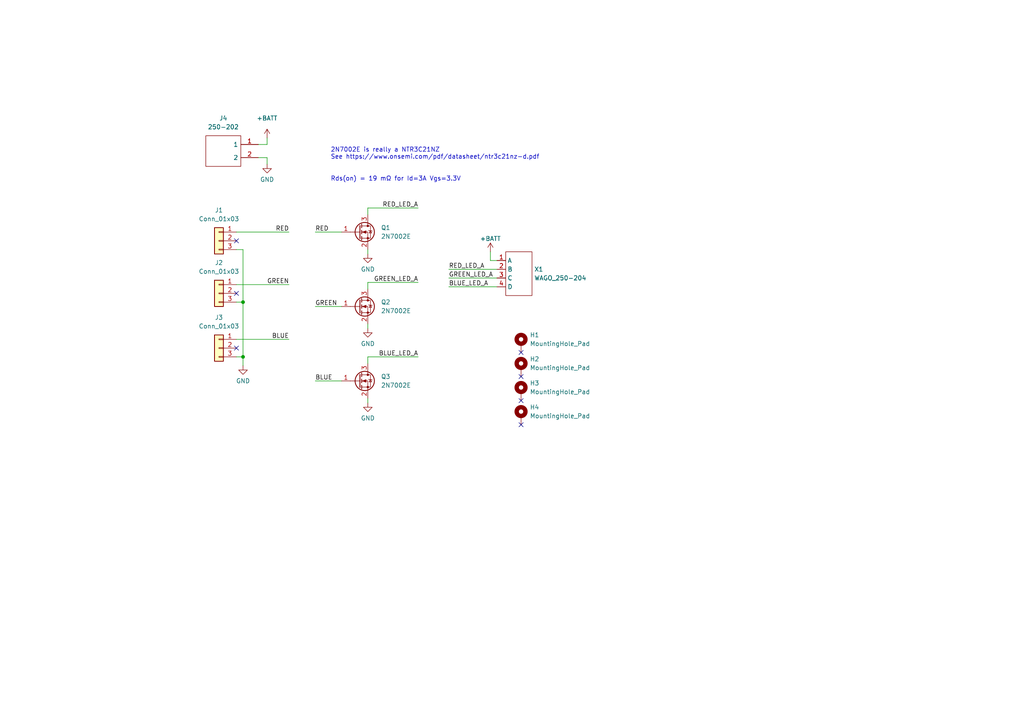
<source format=kicad_sch>
(kicad_sch (version 20211123) (generator eeschema)
  (paper "A4")
  (lib_symbols
    (symbol "Appreciate:250-202" (pin_names (offset 0.762))
      (property "Reference" "J" (at 16.51 7.62 0))
      (property "Value" "250-202" (at 16.51 5.08 0))
      (symbol "250-202_0_0"
        (pin passive line (at 0 0 0) (length 5.08) (name "1") (number "1"))
        (pin passive line (at 0 -3.81 0) (length 5.08) (name "2") (number "2"))
      )
      (symbol "250-202_0_1"
        (polyline (pts (xy 5.08 2.54) (xy 15.24 2.54) (xy 15.24 -6.35) (xy 5.08 -6.35) (xy 5.08 2.54)) (stroke (width 0.1524)))
      )
    )
    (symbol "Appreciate:WAGO_250-204"
      (property "Reference" "X" (at -1.27 7.62 0))
      (property "Value" "WAGO_250-204" (at -1.27 -7.62 0))
      (symbol "WAGO_250-204_0_1"
        (rectangle (start -5.08 6.35) (end 2.54 -6.35))
      )
      (symbol "WAGO_250-204_1_1"
        (pin bidirectional line (at 5.08 3.81 180) (length 2.54) (name "A") (number "1"))
        (pin bidirectional line (at 5.08 1.27 180) (length 2.54) (name "B") (number "2"))
        (pin bidirectional line (at 5.08 -1.27 180) (length 2.54) (name "C") (number "3"))
        (pin bidirectional line (at 5.08 -3.81 180) (length 2.54) (name "D") (number "4"))
      )
    )
    (symbol "Connector_Generic:Conn_01x03" (pin_names (offset 1.016) hide)
      (property "Reference" "J" (at 0 5.08 0))
      (property "Value" "Conn_01x03" (at 0 -5.08 0))
      (symbol "Conn_01x03_1_1"
        (rectangle (start -1.27 -2.413) (end 0 -2.667) (stroke (width 0.1524)))
        (rectangle (start -1.27 0.127) (end 0 -0.127) (stroke (width 0.1524)))
        (rectangle (start -1.27 2.667) (end 0 2.413) (stroke (width 0.1524)))
        (rectangle (start -1.27 3.81) (end 1.27 -3.81) (stroke (width 0.254)) (fill (type background)))
        (pin passive line (at -5.08 2.54 0) (length 3.81) (name "Pin_1") (number "1"))
        (pin passive line (at -5.08 0 0) (length 3.81) (name "Pin_2") (number "2"))
        (pin passive line (at -5.08 -2.54 0) (length 3.81) (name "Pin_3") (number "3"))
      )
    )
    (symbol "Mechanical:MountingHole_Pad" (pin_numbers hide) (pin_names (offset 1.016) hide)
      (property "Reference" "H" (at 0 6.35 0))
      (property "Value" "MountingHole_Pad" (at 0 4.445 0))
      (symbol "MountingHole_Pad_0_1"
        (circle (center 0 1.27) (radius 1.27) (stroke (width 1.27)))
      )
      (symbol "MountingHole_Pad_1_1"
        (pin input line (at 0 -2.54 90) (length 2.54) (name "1") (number "1"))
      )
    )
    (symbol "Transistor_FET:2N7002E" (pin_names hide)
      (property "Reference" "Q" (at 5.08 1.905 0))
      (property "Value" "2N7002E" (at 5.08 0 0))
      (symbol "2N7002E_0_1"
        (polyline (pts (xy 0.254 0) (xy -2.54 0)))
        (polyline (pts (xy 0.254 1.905) (xy 0.254 -1.905)) (stroke (width 0.254)))
        (polyline (pts (xy 0.762 -1.27) (xy 0.762 -2.286)) (stroke (width 0.254)))
        (polyline (pts (xy 0.762 0.508) (xy 0.762 -0.508)) (stroke (width 0.254)))
        (polyline (pts (xy 0.762 2.286) (xy 0.762 1.27)) (stroke (width 0.254)))
        (polyline (pts (xy 2.54 2.54) (xy 2.54 1.778)))
        (polyline (pts (xy 2.54 -2.54) (xy 2.54 0) (xy 0.762 0)))
        (polyline (pts (xy 0.762 -1.778) (xy 3.302 -1.778) (xy 3.302 1.778) (xy 0.762 1.778)))
        (polyline (pts (xy 1.016 0) (xy 2.032 0.381) (xy 2.032 -0.381) (xy 1.016 0)) (fill (type outline)))
        (polyline (pts (xy 2.794 0.508) (xy 2.921 0.381) (xy 3.683 0.381) (xy 3.81 0.254)))
        (polyline (pts (xy 3.302 0.381) (xy 2.921 -0.254) (xy 3.683 -0.254) (xy 3.302 0.381)))
        (circle (center 1.651 0) (radius 2.794) (stroke (width 0.254)))
        (circle (center 2.54 -1.778) (radius 0.254) (fill (type outline)))
        (circle (center 2.54 1.778) (radius 0.254) (fill (type outline)))
      )
      (symbol "2N7002E_1_1"
        (pin input line (at -5.08 0 0) (length 2.54) (name "G") (number "1"))
        (pin passive line (at 2.54 -5.08 90) (length 2.54) (name "S") (number "2"))
        (pin passive line (at 2.54 5.08 270) (length 2.54) (name "D") (number "3"))
      )
    )
    (symbol "power:+BATT" (power) (pin_names (offset 0))
      (property "Value" "+BATT" (at 0 3.556 0))
      (symbol "+BATT_0_1"
        (polyline (pts (xy -0.762 1.27) (xy 0 2.54)))
        (polyline (pts (xy 0 0) (xy 0 2.54)))
        (polyline (pts (xy 0 2.54) (xy 0.762 1.27)))
      )
      (symbol "+BATT_1_1"
        (pin power_in line (at 0 0 90) (length 0) hide (name "+BATT") (number "1"))
      )
    )
    (symbol "power:GND" (power) (pin_names (offset 0))
      (property "Value" "GND" (at 0 -3.81 0))
      (symbol "GND_0_1"
        (polyline (pts (xy 0 0) (xy 0 -1.27) (xy 1.27 -1.27) (xy 0 -2.54) (xy -1.27 -1.27) (xy 0 -1.27)))
      )
      (symbol "GND_1_1"
        (pin power_in line (at 0 0 270) (length 0) hide (name "GND") (number "1"))
      )
    )
  )
  (junction (at 70.485 87.63))
  (junction (at 70.485 103.505))
  (no_connect (at 68.58 100.965))
  (no_connect (at 68.58 69.85))
  (no_connect (at 68.58 85.09))
  (no_connect (at 151.13 116.205))
  (no_connect (at 151.13 102.235))
  (no_connect (at 151.13 123.19))
  (no_connect (at 151.13 109.22))
  (wire (pts (xy 130.175 80.645) (xy 144.145 80.645)))
  (wire (pts (xy 106.68 81.915) (xy 121.285 81.915)))
  (wire (pts (xy 70.485 87.63) (xy 70.485 103.505)))
  (wire (pts (xy 106.68 60.325) (xy 121.285 60.325)))
  (wire (pts (xy 106.68 103.505) (xy 121.285 103.505)))
  (wire (pts (xy 68.58 67.31) (xy 83.82 67.31)))
  (wire (pts (xy 91.44 67.31) (xy 99.06 67.31)))
  (wire (pts (xy 130.175 83.185) (xy 144.145 83.185)))
  (wire (pts (xy 142.24 75.565) (xy 144.145 75.565)))
  (wire (pts (xy 106.68 62.23) (xy 106.68 60.325)))
  (wire (pts (xy 91.44 110.49) (xy 99.06 110.49)))
  (wire (pts (xy 77.47 41.91) (xy 74.93 41.91)))
  (wire (pts (xy 106.68 105.41) (xy 106.68 103.505)))
  (wire (pts (xy 130.175 78.105) (xy 144.145 78.105)))
  (wire (pts (xy 106.68 115.57) (xy 106.68 116.84)))
  (wire (pts (xy 106.68 72.39) (xy 106.68 73.66)))
  (wire (pts (xy 68.58 87.63) (xy 70.485 87.63)))
  (wire (pts (xy 68.58 72.39) (xy 70.485 72.39)))
  (wire (pts (xy 142.24 73.025) (xy 142.24 75.565)))
  (wire (pts (xy 68.58 82.55) (xy 83.82 82.55)))
  (wire (pts (xy 68.58 103.505) (xy 70.485 103.505)))
  (wire (pts (xy 77.47 45.72) (xy 77.47 47.625)))
  (wire (pts (xy 68.58 98.425) (xy 83.82 98.425)))
  (wire (pts (xy 91.44 88.9) (xy 99.06 88.9)))
  (wire (pts (xy 106.68 93.98) (xy 106.68 95.25)))
  (wire (pts (xy 70.485 103.505) (xy 70.485 106.045)))
  (wire (pts (xy 74.93 45.72) (xy 77.47 45.72)))
  (wire (pts (xy 77.47 40.005) (xy 77.47 41.91)))
  (wire (pts (xy 70.485 72.39) (xy 70.485 87.63)))
  (wire (pts (xy 106.68 83.82) (xy 106.68 81.915)))
  (text "2N7002E is really a NTR3C21NZ\nSee https://www.onsemi.com/pdf/datasheet/ntr3c21nz-d.pdf" (at 95.885 46.355 0) (effects (font (size 1.27 1.27)) (justify left bottom)))
  (text "Rds(on) = 19 mΩ for Id=3A Vgs=3.3V" (at 95.885 52.705 0) (effects (font (size 1.27 1.27)) (justify left bottom)))
  (label "BLUE" (at 91.44 110.49 0))
  (label "RED_LED_A" (at 130.175 78.105 0))
  (label "GREEN_LED_A" (at 130.175 80.645 0))
  (label "BLUE_LED_A" (at 130.175 83.185 0))
  (label "RED_LED_A" (at 121.285 60.325 180))
  (label "BLUE" (at 83.82 98.425 180))
  (label "GREEN" (at 91.44 88.9 0))
  (label "RED" (at 91.44 67.31 0))
  (label "GREEN" (at 83.82 82.55 180))
  (label "RED" (at 83.82 67.31 180))
  (label "GREEN_LED_A" (at 121.285 81.915 180))
  (label "BLUE_LED_A" (at 121.285 103.505 180))
  (symbol (lib_id "Transistor_FET:2N7002E") (at 104.14 67.31 0) (unit 1)
    (property "Reference" "Q1" (at 110.49 66.0399 0) (effects (justify left)))
    (property "Value" "2N7002E" (at 110.49 68.5799 0) (effects (justify left)))
    (property "Footprint" "Package_TO_SOT_SMD:SOT-23" (effects hide))
    (property "Datasheet" "http://www.diodes.com/assets/Datasheets/ds30376.pdf" (effects hide))
  )
  (symbol (lib_id "power:GND") (at 106.68 73.66 0) (unit 1)
    (property "Reference" "#PWR05" (effects hide))
    (property "Value" "GND" (at 106.68 78.105 0))
  )
  (symbol (lib_id "power:+BATT") (at 142.24 73.025 0) (unit 1)
    (property "Reference" "#PWR08" (effects hide))
    (property "Value" "+BATT" (at 142.24 69.215 0))
  )
  (symbol (lib_id "Transistor_FET:2N7002E") (at 104.14 110.49 0) (unit 1)
    (property "Reference" "Q3" (at 110.49 109.2199 0) (effects (justify left)))
    (property "Value" "2N7002E" (at 110.49 111.7599 0) (effects (justify left)))
    (property "Footprint" "Package_TO_SOT_SMD:SOT-23" (effects hide))
    (property "Datasheet" "http://www.diodes.com/assets/Datasheets/ds30376.pdf" (effects hide))
  )
  (symbol (lib_id "Mechanical:MountingHole_Pad") (at 151.13 120.65 0) (unit 1)
    (property "Reference" "H4" (at 153.67 118.1099 0) (effects (justify left)))
    (property "Value" "MountingHole_Pad" (at 153.67 120.6499 0) (effects (justify left)))
    (property "Footprint" "MountingHole:MountingHole_2.2mm_M2_ISO7380_Pad" (effects hide))
  )
  (symbol (lib_id "Appreciate:WAGO_250-204") (at 149.225 79.375 0) (mirror y) (unit 1)
    (property "Reference" "X1" (at 154.94 78.1049 0) (effects (justify right)))
    (property "Value" "WAGO_250-204" (at 154.94 80.6449 0) (effects (justify right)))
    (property "Footprint" "Appreciate:WAGO 250-204" (effects hide))
  )
  (symbol (lib_id "Connector_Generic:Conn_01x03") (at 63.5 85.09 0) (mirror y) (unit 1)
    (property "Reference" "J2" (at 63.5 76.2 0))
    (property "Value" "Conn_01x03" (at 63.5 78.74 0))
    (property "Footprint" "Connector_PinHeader_2.54mm:PinHeader_1x03_P2.54mm_Vertical" (effects hide))
  )
  (symbol (lib_id "power:GND") (at 77.47 47.625 0) (unit 1)
    (property "Reference" "#PWR04" (effects hide))
    (property "Value" "GND" (at 77.47 52.07 0))
  )
  (symbol (lib_id "power:+BATT") (at 77.47 40.005 0) (unit 1)
    (property "Reference" "#PWR03" (effects hide))
    (property "Value" "+BATT" (at 77.47 34.29 0))
  )
  (symbol (lib_id "Appreciate:250-202") (at 74.93 41.91 0) (mirror y) (unit 1)
    (property "Reference" "J4" (at 64.77 34.29 0))
    (property "Value" "250-202" (at 64.77 36.83 0))
    (property "Footprint" "Appreciate:250202" (effects hide))
    (property "Datasheet" "https://www.wago.com/gb/pcb-terminal-blocks-and-pluggable-connectors/1-conductor-pcb-terminal-strip/p/250-202" (effects hide))
    (property "Description" "Wago 250 Series, Female 2 Pole 2 Way PCB Terminal Strip, PCB Mount" (effects hide))
    (property "Height" "13.1" (effects hide))
    (property "Manufacturer_Name" "Wago" (effects hide))
    (property "Manufacturer_Part_Number" "250-202" (effects hide))
  )
  (symbol (lib_id "Connector_Generic:Conn_01x03") (at 63.5 69.85 0) (mirror y) (unit 1)
    (property "Reference" "J1" (at 63.5 60.96 0))
    (property "Value" "Conn_01x03" (at 63.5 63.5 0))
    (property "Footprint" "Connector_PinHeader_2.54mm:PinHeader_1x03_P2.54mm_Vertical" (effects hide))
  )
  (symbol (lib_id "Mechanical:MountingHole_Pad") (at 151.13 113.665 0) (unit 1)
    (property "Reference" "H3" (at 153.67 111.1249 0) (effects (justify left)))
    (property "Value" "MountingHole_Pad" (at 153.67 113.6649 0) (effects (justify left)))
    (property "Footprint" "MountingHole:MountingHole_2.2mm_M2_ISO7380_Pad" (effects hide))
  )
  (symbol (lib_id "Connector_Generic:Conn_01x03") (at 63.5 100.965 0) (mirror y) (unit 1)
    (property "Reference" "J3" (at 63.5 92.075 0))
    (property "Value" "Conn_01x03" (at 63.5 94.615 0))
    (property "Footprint" "Connector_PinHeader_2.54mm:PinHeader_1x03_P2.54mm_Vertical" (effects hide))
  )
  (symbol (lib_id "Transistor_FET:2N7002E") (at 104.14 88.9 0) (unit 1)
    (property "Reference" "Q2" (at 110.49 87.6299 0) (effects (justify left)))
    (property "Value" "2N7002E" (at 110.49 90.1699 0) (effects (justify left)))
    (property "Footprint" "Package_TO_SOT_SMD:SOT-23" (effects hide))
    (property "Datasheet" "http://www.diodes.com/assets/Datasheets/ds30376.pdf" (effects hide))
  )
  (symbol (lib_id "power:GND") (at 106.68 95.25 0) (unit 1)
    (property "Reference" "#PWR06" (effects hide))
    (property "Value" "GND" (at 106.68 99.695 0))
  )
  (symbol (lib_id "power:GND") (at 106.68 116.84 0) (unit 1)
    (property "Reference" "#PWR07" (effects hide))
    (property "Value" "GND" (at 106.68 121.285 0))
  )
  (symbol (lib_id "Mechanical:MountingHole_Pad") (at 151.13 99.695 0) (unit 1)
    (property "Reference" "H1" (at 153.67 97.1549 0) (effects (justify left)))
    (property "Value" "MountingHole_Pad" (at 153.67 99.6949 0) (effects (justify left)))
    (property "Footprint" "MountingHole:MountingHole_2.2mm_M2_ISO7380_Pad" (effects hide))
  )
  (symbol (lib_id "power:GND") (at 70.485 106.045 0) (unit 1)
    (property "Reference" "#PWR01" (effects hide))
    (property "Value" "GND" (at 70.485 110.49 0))
  )
  (symbol (lib_id "Mechanical:MountingHole_Pad") (at 151.13 106.68 0) (unit 1)
    (property "Reference" "H2" (at 153.67 104.1399 0) (effects (justify left)))
    (property "Value" "MountingHole_Pad" (at 153.67 106.6799 0) (effects (justify left)))
    (property "Footprint" "MountingHole:MountingHole_2.2mm_M2_ISO7380_Pad" (effects hide))
  )
)
</source>
